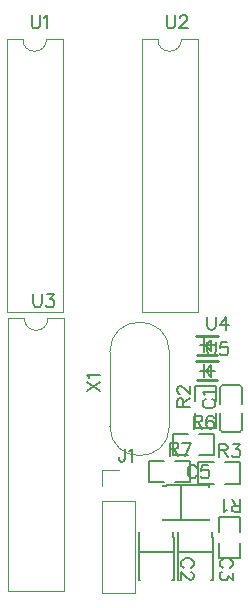
<source format=gto>
G04 Layer: TopSilkscreenLayer*
G04 EasyEDA v6.5.34, 2023-08-27 08:43:48*
G04 90a6fbf4bffc4057ae6bdd16324da943,d57712b53ce844a48ecc409583de2b89,10*
G04 Gerber Generator version 0.2*
G04 Scale: 100 percent, Rotated: No, Reflected: No *
G04 Dimensions in millimeters *
G04 leading zeros omitted , absolute positions ,4 integer and 5 decimal *
%FSLAX45Y45*%
%MOMM*%

%ADD10C,0.1524*%
%ADD11C,0.1520*%
%ADD12C,0.1200*%
%ADD13C,0.2540*%
%ADD14C,0.2000*%
%ADD15C,0.0149*%

%LPD*%
D10*
X2742691Y5488178D02*
G01*
X2732277Y5482844D01*
X2721863Y5472429D01*
X2716784Y5462270D01*
X2716784Y5441442D01*
X2721863Y5431028D01*
X2732277Y5420613D01*
X2742691Y5415279D01*
X2758440Y5410200D01*
X2784347Y5410200D01*
X2799841Y5415279D01*
X2810256Y5420613D01*
X2820670Y5431028D01*
X2825750Y5441442D01*
X2825750Y5462270D01*
X2820670Y5472429D01*
X2810256Y5482844D01*
X2799841Y5488178D01*
X2737611Y5522468D02*
G01*
X2732277Y5532881D01*
X2716784Y5548376D01*
X2825750Y5548376D01*
X2616708Y4062221D02*
G01*
X2627122Y4067555D01*
X2637536Y4077970D01*
X2642615Y4088129D01*
X2642615Y4108957D01*
X2637536Y4119371D01*
X2627122Y4129786D01*
X2616708Y4135120D01*
X2600959Y4140200D01*
X2575052Y4140200D01*
X2559558Y4135120D01*
X2549143Y4129786D01*
X2538729Y4119371D01*
X2533650Y4108957D01*
X2533650Y4088129D01*
X2538729Y4077970D01*
X2549143Y4067555D01*
X2559558Y4062221D01*
X2616708Y4022852D02*
G01*
X2621788Y4022852D01*
X2632202Y4017518D01*
X2637536Y4012437D01*
X2642615Y4002023D01*
X2642615Y3981195D01*
X2637536Y3970781D01*
X2632202Y3965702D01*
X2621788Y3960368D01*
X2611374Y3960368D01*
X2600959Y3965702D01*
X2585465Y3976115D01*
X2533650Y4027931D01*
X2533650Y3955287D01*
X2946908Y4062221D02*
G01*
X2957322Y4067555D01*
X2967736Y4077970D01*
X2972815Y4088129D01*
X2972815Y4108957D01*
X2967736Y4119371D01*
X2957322Y4129786D01*
X2946908Y4135120D01*
X2931159Y4140200D01*
X2905252Y4140200D01*
X2889758Y4135120D01*
X2879343Y4129786D01*
X2868929Y4119371D01*
X2863850Y4108957D01*
X2863850Y4088129D01*
X2868929Y4077970D01*
X2879343Y4067555D01*
X2889758Y4062221D01*
X2972815Y4017518D02*
G01*
X2972815Y3960368D01*
X2931159Y3991610D01*
X2931159Y3976115D01*
X2926079Y3965702D01*
X2921000Y3960368D01*
X2905252Y3955287D01*
X2894838Y3955287D01*
X2879343Y3960368D01*
X2868929Y3970781D01*
X2863850Y3986529D01*
X2863850Y4002023D01*
X2868929Y4017518D01*
X2874009Y4022852D01*
X2884424Y4027931D01*
X2668777Y4902707D02*
G01*
X2663443Y4913121D01*
X2653029Y4923536D01*
X2642870Y4928615D01*
X2622041Y4928615D01*
X2611627Y4923536D01*
X2601213Y4913121D01*
X2595879Y4902707D01*
X2590800Y4886960D01*
X2590800Y4861052D01*
X2595879Y4845557D01*
X2601213Y4835144D01*
X2611627Y4824729D01*
X2622041Y4819650D01*
X2642870Y4819650D01*
X2653029Y4824729D01*
X2663443Y4835144D01*
X2668777Y4845557D01*
X2765297Y4928615D02*
G01*
X2713481Y4928615D01*
X2708147Y4881879D01*
X2713481Y4886960D01*
X2728975Y4892294D01*
X2744470Y4892294D01*
X2760218Y4886960D01*
X2770631Y4876800D01*
X2775711Y4861052D01*
X2775711Y4850637D01*
X2770631Y4835144D01*
X2760218Y4824729D01*
X2744470Y4819650D01*
X2728975Y4819650D01*
X2713481Y4824729D01*
X2708147Y4829810D01*
X2703068Y4840223D01*
X2058670Y5068315D02*
G01*
X2058670Y4985257D01*
X2053336Y4969510D01*
X2048256Y4964429D01*
X2037841Y4959350D01*
X2027427Y4959350D01*
X2017013Y4964429D01*
X2011679Y4969510D01*
X2006600Y4985257D01*
X2006600Y4995671D01*
X2092959Y5047487D02*
G01*
X2103120Y5052821D01*
X2118868Y5068315D01*
X2118868Y4959350D01*
X3035300Y4532884D02*
G01*
X3035300Y4641850D01*
X3035300Y4532884D02*
G01*
X2988563Y4532884D01*
X2973070Y4537963D01*
X2967736Y4543297D01*
X2962656Y4553712D01*
X2962656Y4564126D01*
X2967736Y4574539D01*
X2973070Y4579620D01*
X2988563Y4584700D01*
X3035300Y4584700D01*
X2998977Y4584700D02*
G01*
X2962656Y4641850D01*
X2928365Y4553712D02*
G01*
X2917952Y4548378D01*
X2902204Y4532884D01*
X2902204Y4641850D01*
X2500884Y5422900D02*
G01*
X2609850Y5422900D01*
X2500884Y5422900D02*
G01*
X2500884Y5469636D01*
X2505963Y5485129D01*
X2511297Y5490463D01*
X2521711Y5495544D01*
X2532125Y5495544D01*
X2542540Y5490463D01*
X2547620Y5485129D01*
X2552700Y5469636D01*
X2552700Y5422900D01*
X2552700Y5459221D02*
G01*
X2609850Y5495544D01*
X2526791Y5535168D02*
G01*
X2521711Y5535168D01*
X2511297Y5540247D01*
X2505963Y5545581D01*
X2500884Y5555995D01*
X2500884Y5576570D01*
X2505963Y5586984D01*
X2511297Y5592318D01*
X2521711Y5597397D01*
X2532125Y5597397D01*
X2542540Y5592318D01*
X2558034Y5581904D01*
X2609850Y5529834D01*
X2609850Y5602731D01*
X2857500Y5106415D02*
G01*
X2857500Y4997450D01*
X2857500Y5106415D02*
G01*
X2904236Y5106415D01*
X2919729Y5101336D01*
X2925063Y5096002D01*
X2930143Y5085587D01*
X2930143Y5075173D01*
X2925063Y5064760D01*
X2919729Y5059679D01*
X2904236Y5054600D01*
X2857500Y5054600D01*
X2893822Y5054600D02*
G01*
X2930143Y4997450D01*
X2974847Y5106415D02*
G01*
X3031997Y5106415D01*
X3001009Y5064760D01*
X3016504Y5064760D01*
X3026918Y5059679D01*
X3031997Y5054600D01*
X3037331Y5038852D01*
X3037331Y5028437D01*
X3031997Y5012944D01*
X3021584Y5002529D01*
X3006090Y4997450D01*
X2990595Y4997450D01*
X2974847Y5002529D01*
X2969768Y5007610D01*
X2964434Y5018023D01*
X2641600Y5347715D02*
G01*
X2641600Y5238750D01*
X2641600Y5347715D02*
G01*
X2688336Y5347715D01*
X2703829Y5342636D01*
X2709163Y5337302D01*
X2714243Y5326887D01*
X2714243Y5316473D01*
X2709163Y5306060D01*
X2703829Y5300979D01*
X2688336Y5295900D01*
X2641600Y5295900D01*
X2677922Y5295900D02*
G01*
X2714243Y5238750D01*
X2811018Y5332221D02*
G01*
X2805684Y5342636D01*
X2790190Y5347715D01*
X2779775Y5347715D01*
X2764281Y5342636D01*
X2753868Y5326887D01*
X2748534Y5300979D01*
X2748534Y5275071D01*
X2753868Y5254244D01*
X2764281Y5243829D01*
X2779775Y5238750D01*
X2785109Y5238750D01*
X2800604Y5243829D01*
X2811018Y5254244D01*
X2816097Y5269737D01*
X2816097Y5275071D01*
X2811018Y5290565D01*
X2800604Y5300979D01*
X2785109Y5306060D01*
X2779775Y5306060D01*
X2764281Y5300979D01*
X2753868Y5290565D01*
X2748534Y5275071D01*
X2438400Y5119115D02*
G01*
X2438400Y5010150D01*
X2438400Y5119115D02*
G01*
X2485136Y5119115D01*
X2500629Y5114036D01*
X2505963Y5108702D01*
X2511043Y5098287D01*
X2511043Y5087873D01*
X2505963Y5077460D01*
X2500629Y5072379D01*
X2485136Y5067300D01*
X2438400Y5067300D01*
X2474722Y5067300D02*
G01*
X2511043Y5010150D01*
X2618231Y5119115D02*
G01*
X2566161Y5010150D01*
X2545334Y5119115D02*
G01*
X2618231Y5119115D01*
X1270000Y8738615D02*
G01*
X1270000Y8660637D01*
X1275079Y8645144D01*
X1285494Y8634729D01*
X1301242Y8629650D01*
X1311655Y8629650D01*
X1327150Y8634729D01*
X1337563Y8645144D01*
X1342644Y8660637D01*
X1342644Y8738615D01*
X1376934Y8717787D02*
G01*
X1387347Y8723121D01*
X1403095Y8738615D01*
X1403095Y8629650D01*
X2413000Y8738615D02*
G01*
X2413000Y8660637D01*
X2418079Y8645144D01*
X2428493Y8634729D01*
X2444241Y8629650D01*
X2454656Y8629650D01*
X2470150Y8634729D01*
X2480563Y8645144D01*
X2485643Y8660637D01*
X2485643Y8738615D01*
X2525268Y8712708D02*
G01*
X2525268Y8717787D01*
X2530347Y8728202D01*
X2535681Y8733536D01*
X2546095Y8738615D01*
X2566670Y8738615D01*
X2577084Y8733536D01*
X2582418Y8728202D01*
X2587497Y8717787D01*
X2587497Y8707374D01*
X2582418Y8696960D01*
X2572004Y8681465D01*
X2519934Y8629650D01*
X2592831Y8629650D01*
X1282700Y6376415D02*
G01*
X1282700Y6298437D01*
X1287779Y6282944D01*
X1298194Y6272529D01*
X1313942Y6267450D01*
X1324355Y6267450D01*
X1339850Y6272529D01*
X1350263Y6282944D01*
X1355344Y6298437D01*
X1355344Y6376415D01*
X1400047Y6376415D02*
G01*
X1457197Y6376415D01*
X1426210Y6334760D01*
X1441704Y6334760D01*
X1452118Y6329679D01*
X1457197Y6324600D01*
X1462531Y6308852D01*
X1462531Y6298437D01*
X1457197Y6282944D01*
X1446784Y6272529D01*
X1431289Y6267450D01*
X1415795Y6267450D01*
X1400047Y6272529D01*
X1394968Y6277610D01*
X1389634Y6288023D01*
X2755900Y6185915D02*
G01*
X2755900Y6107937D01*
X2760979Y6092444D01*
X2771393Y6082029D01*
X2787141Y6076950D01*
X2797556Y6076950D01*
X2813050Y6082029D01*
X2823463Y6092444D01*
X2828543Y6107937D01*
X2828543Y6185915D01*
X2914904Y6185915D02*
G01*
X2862834Y6113271D01*
X2940811Y6113271D01*
X2914904Y6185915D02*
G01*
X2914904Y6076950D01*
X2755900Y5970015D02*
G01*
X2755900Y5892037D01*
X2760979Y5876544D01*
X2771393Y5866129D01*
X2787141Y5861050D01*
X2797556Y5861050D01*
X2813050Y5866129D01*
X2823463Y5876544D01*
X2828543Y5892037D01*
X2828543Y5970015D01*
X2925318Y5970015D02*
G01*
X2873247Y5970015D01*
X2868168Y5923279D01*
X2873247Y5928360D01*
X2888995Y5933694D01*
X2904490Y5933694D01*
X2919984Y5928360D01*
X2930397Y5918200D01*
X2935731Y5902452D01*
X2935731Y5892037D01*
X2930397Y5876544D01*
X2919984Y5866129D01*
X2904490Y5861050D01*
X2888995Y5861050D01*
X2873247Y5866129D01*
X2868168Y5871210D01*
X2862834Y5881623D01*
X1738884Y5558904D02*
G01*
X1847850Y5631548D01*
X1738884Y5631548D02*
G01*
X1847850Y5558904D01*
X1759712Y5665838D02*
G01*
X1754378Y5676252D01*
X1738884Y5692000D01*
X1847850Y5692000D01*
G36*
X2168855Y4360926D02*
G01*
X2168855Y4315206D01*
X2190038Y4315206D01*
X2190038Y4360926D01*
G37*
G36*
X2458161Y4360926D02*
G01*
X2458161Y4315206D01*
X2479344Y4315206D01*
X2479344Y4360926D01*
G37*
G36*
X2499055Y4360926D02*
G01*
X2499055Y4315206D01*
X2520238Y4315206D01*
X2520238Y4360926D01*
G37*
G36*
X2788361Y4360926D02*
G01*
X2788361Y4315206D01*
X2809544Y4315206D01*
X2809544Y4360926D01*
G37*
G36*
X2370074Y4476038D02*
G01*
X2370074Y4454855D01*
X2415794Y4454855D01*
X2415794Y4476038D01*
G37*
G36*
X2370074Y4765344D02*
G01*
X2370074Y4744161D01*
X2415794Y4744161D01*
X2415794Y4765344D01*
G37*
X2868739Y5591319D02*
G01*
X2868739Y5450319D01*
X3049460Y5450319D02*
G01*
X3049460Y5591319D01*
X3034220Y5606559D02*
G01*
X2883979Y5606559D01*
X2868739Y5229080D02*
G01*
X2868739Y5370080D01*
X3049460Y5370080D02*
G01*
X3049460Y5229080D01*
X3034220Y5213840D02*
G01*
X2883979Y5213840D01*
X2471719Y4198185D02*
G01*
X2176480Y4198185D01*
D11*
X2187285Y3957581D02*
G01*
X2176480Y3957581D01*
X2471719Y3957581D02*
G01*
X2460912Y3957581D01*
D10*
X2471719Y4322818D02*
G01*
X2471719Y3957581D01*
X2176480Y4322818D02*
G01*
X2176480Y3957581D01*
X2801919Y4198185D02*
G01*
X2506680Y4198185D01*
D11*
X2517485Y3957581D02*
G01*
X2506680Y3957581D01*
X2801919Y3957581D02*
G01*
X2791112Y3957581D01*
D10*
X2801919Y4322818D02*
G01*
X2801919Y3957581D01*
X2506680Y4322818D02*
G01*
X2506680Y3957581D01*
X2532814Y4757719D02*
G01*
X2532814Y4462480D01*
D11*
X2773418Y4473285D02*
G01*
X2773418Y4462480D01*
X2773418Y4757719D02*
G01*
X2773418Y4746912D01*
D10*
X2408181Y4757719D02*
G01*
X2773418Y4757719D01*
X2408181Y4462480D02*
G01*
X2773418Y4462480D01*
D12*
X1867662Y4622800D02*
G01*
X1867662Y3848862D01*
X2145538Y3848862D01*
X2145538Y4622800D01*
X1867662Y4622800D01*
X1867662Y4749800D02*
G01*
X1867662Y4888737D01*
X2006600Y4888737D01*
D10*
X3038109Y4365619D02*
G01*
X3038109Y4494113D01*
X2854690Y4494113D01*
X2854690Y4365619D01*
X3038109Y4270380D02*
G01*
X3038109Y4141886D01*
X2854690Y4141886D01*
X2854690Y4270380D01*
X2834909Y5470519D02*
G01*
X2834909Y5599013D01*
X2651490Y5599013D01*
X2651490Y5470519D01*
X2834909Y5375280D02*
G01*
X2834909Y5246786D01*
X2651490Y5246786D01*
X2651490Y5375280D01*
X2905119Y4772390D02*
G01*
X3033613Y4772390D01*
X3033613Y4955809D01*
X2905119Y4955809D01*
X2809880Y4772390D02*
G01*
X2681386Y4772390D01*
X2681386Y4955809D01*
X2809880Y4955809D01*
X2689219Y5013690D02*
G01*
X2817713Y5013690D01*
X2817713Y5197109D01*
X2689219Y5197109D01*
X2593980Y5013690D02*
G01*
X2465486Y5013690D01*
X2465486Y5197109D01*
X2593980Y5197109D01*
X2486019Y4785090D02*
G01*
X2614513Y4785090D01*
X2614513Y4968509D01*
X2486019Y4968509D01*
X2390780Y4785090D02*
G01*
X2262286Y4785090D01*
X2262286Y4968509D01*
X2390780Y4968509D01*
D12*
X1195323Y8533637D02*
G01*
X1058418Y8533637D01*
X1058418Y6223762D01*
X1532381Y6223762D01*
X1532381Y8533637D01*
X1395476Y8533637D01*
X2338324Y8533637D02*
G01*
X2201418Y8533637D01*
X2201418Y6223762D01*
X2675381Y6223762D01*
X2675381Y8533637D01*
X2538475Y8533637D01*
X1208023Y6171437D02*
G01*
X1071118Y6171437D01*
X1071118Y3861562D01*
X1545081Y3861562D01*
X1545081Y6171437D01*
X1408176Y6171437D01*
D13*
X2665900Y6023599D02*
G01*
X2845899Y6023599D01*
X2668089Y5863600D02*
G01*
X2843710Y5863600D01*
D14*
X2743200Y5943600D02*
G01*
X2791459Y5991860D01*
X2791459Y5895339D01*
X2745740Y5941060D01*
X2733040Y6002020D02*
G01*
X2733040Y5890260D01*
X2694940Y5943600D02*
G01*
X2824479Y5943600D01*
D13*
X2665900Y5807699D02*
G01*
X2845899Y5807699D01*
X2668089Y5647700D02*
G01*
X2843710Y5647700D01*
D14*
X2743200Y5727700D02*
G01*
X2791459Y5775960D01*
X2791459Y5679439D01*
X2745740Y5725160D01*
X2733040Y5786120D02*
G01*
X2733040Y5674360D01*
X2694940Y5727700D02*
G01*
X2824479Y5727700D01*
D12*
X1931924Y5262740D02*
G01*
X1931924Y5887834D01*
X2436875Y5262740D02*
G01*
X2436875Y5887834D01*
D10*
G75*
G01*
X3049460Y5591320D02*
G03*
X3034221Y5606560I-15240J0D01*
G75*
G01*
X2883979Y5606560D02*
G03*
X2868740Y5591320I1J-15240D01*
G75*
G01*
X3049460Y5229080D02*
G02*
X3034221Y5213840I-15240J0D01*
G75*
G01*
X2883979Y5213840D02*
G02*
X2868740Y5229080I1J15240D01*
D12*
G75*
G01*
X1195400Y8533699D02*
G03*
X1395400Y8533699I100000J0D01*
G75*
G01*
X2338400Y8533699D02*
G03*
X2538400Y8533699I100000J0D01*
G75*
G01*
X1208100Y6171499D02*
G03*
X1408100Y6171499I100000J0D01*
G75*
G01*
X1931901Y5262804D02*
G03*
X2436899Y5262804I252499J0D01*
G75*
G01*
X1931901Y5887804D02*
G02*
X2436899Y5887804I252499J0D01*
M02*

</source>
